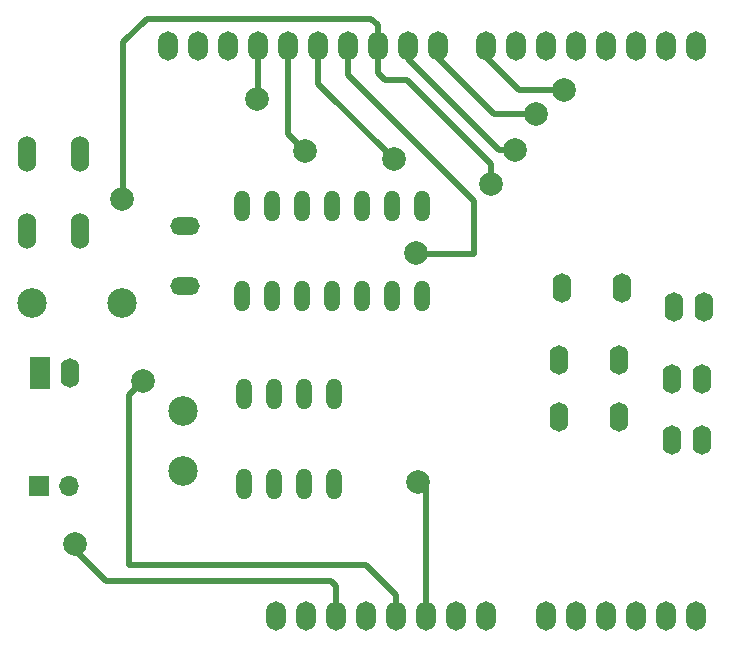
<source format=gbr>
%TF.GenerationSoftware,KiCad,Pcbnew,(6.0.9)*%
%TF.CreationDate,2022-11-29T21:31:47-05:00*%
%TF.ProjectId,Attiny programmer shield,41747469-6e79-4207-9072-6f6772616d6d,rev?*%
%TF.SameCoordinates,Original*%
%TF.FileFunction,Copper,L1,Top*%
%TF.FilePolarity,Positive*%
%FSLAX46Y46*%
G04 Gerber Fmt 4.6, Leading zero omitted, Abs format (unit mm)*
G04 Created by KiCad (PCBNEW (6.0.9)) date 2022-11-29 21:31:47*
%MOMM*%
%LPD*%
G01*
G04 APERTURE LIST*
%TA.AperFunction,ComponentPad*%
%ADD10O,1.676400X2.500000*%
%TD*%
%TA.AperFunction,ComponentPad*%
%ADD11O,1.574800X2.500000*%
%TD*%
%TA.AperFunction,ComponentPad*%
%ADD12O,1.320800X2.641600*%
%TD*%
%TA.AperFunction,ComponentPad*%
%ADD13O,1.524000X3.048000*%
%TD*%
%TA.AperFunction,ComponentPad*%
%ADD14C,2.500000*%
%TD*%
%TA.AperFunction,ComponentPad*%
%ADD15O,2.500000X1.500000*%
%TD*%
%TA.AperFunction,ComponentPad*%
%ADD16R,1.700000X1.700000*%
%TD*%
%TA.AperFunction,ComponentPad*%
%ADD17O,1.700000X1.700000*%
%TD*%
%TA.AperFunction,ComponentPad*%
%ADD18R,1.700000X2.700000*%
%TD*%
%TA.AperFunction,ViaPad*%
%ADD19C,2.000000*%
%TD*%
%TA.AperFunction,Conductor*%
%ADD20C,0.500000*%
%TD*%
G04 APERTURE END LIST*
D10*
%TO.P,U$1,VIN,VIN*%
%TO.N,VIN*%
X194221100Y-102463600D03*
%TO.P,U$1,SDA,SDA*%
%TO.N,unconnected-(U$1-PadSDA)*%
X169837100Y-54203600D03*
%TO.P,U$1,SCL,SCL*%
%TO.N,unconnected-(U$1-PadSCL)*%
X167297100Y-54203600D03*
%TO.P,U$1,RESET,RESET*%
%TO.N,Net-(U$1-PadRESET)*%
X181521100Y-102463600D03*
%TO.P,U$1,RESERVED,RESERVED*%
%TO.N,unconnected-(U$1-PadRESERVED)*%
X176441100Y-102463600D03*
%TO.P,U$1,IOREF,IOREF*%
%TO.N,unconnected-(U$1-PadIOREF)*%
X178981100Y-102463600D03*
%TO.P,U$1,GND2,GND2*%
%TO.N,GND*%
X189141100Y-102463600D03*
%TO.P,U$1,GND1,GND1*%
X191681100Y-102463600D03*
%TO.P,U$1,GND,GND*%
X174917100Y-54203600D03*
%TO.P,U$1,D13,D13*%
%TO.N,/SCK*%
X177457100Y-54203600D03*
%TO.P,U$1,D12,D12*%
%TO.N,/MISO*%
X179997100Y-54203600D03*
%TO.P,U$1,D11,D11*%
%TO.N,/MOSI*%
X182537100Y-54203600D03*
%TO.P,U$1,D10,D10*%
%TO.N,/RESET*%
X185077100Y-54203600D03*
%TO.P,U$1,D9,D9*%
%TO.N,Net-(R4-Pad1)*%
X187617100Y-54203600D03*
%TO.P,U$1,D8,D8*%
%TO.N,Net-(R3-Pad1)*%
X190157100Y-54203600D03*
%TO.P,U$1,D7,D7*%
%TO.N,Net-(R2-Pad1)*%
X194221100Y-54203600D03*
%TO.P,U$1,D6,D6*%
%TO.N,unconnected-(U$1-PadD6)*%
X196761100Y-54203600D03*
%TO.P,U$1,D5,D5*%
%TO.N,unconnected-(U$1-PadD5)*%
X199301100Y-54203600D03*
%TO.P,U$1,D4,D4*%
%TO.N,unconnected-(U$1-PadD4)*%
X201841100Y-54203600D03*
%TO.P,U$1,D3,D3*%
%TO.N,unconnected-(U$1-PadD3)*%
X204381100Y-54203600D03*
%TO.P,U$1,D2,D2*%
%TO.N,unconnected-(U$1-PadD2)*%
X206921100Y-54203600D03*
%TO.P,U$1,D1,TX/D1*%
%TO.N,unconnected-(U$1-PadD1)*%
X209461100Y-54203600D03*
%TO.P,U$1,D0,RX/D0*%
%TO.N,unconnected-(U$1-PadD0)*%
X212001100Y-54203600D03*
%TO.P,U$1,AREF,AREF*%
%TO.N,unconnected-(U$1-PadAREF)*%
X172377100Y-54203600D03*
%TO.P,U$1,A5,A5/SCL*%
%TO.N,unconnected-(U$1-PadA5)*%
X212001100Y-102463600D03*
%TO.P,U$1,A4,A4/SDA*%
%TO.N,unconnected-(U$1-PadA4)*%
X209461100Y-102463600D03*
%TO.P,U$1,A3,A3*%
%TO.N,unconnected-(U$1-PadA3)*%
X206921100Y-102463600D03*
%TO.P,U$1,A2,A2*%
%TO.N,unconnected-(U$1-PadA2)*%
X204381100Y-102463600D03*
%TO.P,U$1,A1,A1*%
%TO.N,unconnected-(U$1-PadA1)*%
X201841100Y-102463600D03*
%TO.P,U$1,A0,A0*%
%TO.N,unconnected-(U$1-PadA0)*%
X199301100Y-102463600D03*
%TO.P,U$1,5V,5V*%
%TO.N,+UB*%
X186601100Y-102463600D03*
%TO.P,U$1,3V,3V3*%
%TO.N,3V3*%
X184061100Y-102463600D03*
%TD*%
D11*
%TO.P,R4,1,1*%
%TO.N,Net-(R4-Pad1)*%
X200360000Y-85600000D03*
%TO.P,R4,2,2*%
%TO.N,Net-(D3-PadA)*%
X205440000Y-85600000D03*
%TD*%
%TO.P,R2,1,1*%
%TO.N,Net-(R2-Pad1)*%
X200620000Y-74700000D03*
%TO.P,R2,2,2*%
%TO.N,Net-(D1-PadA)*%
X205700000Y-74700000D03*
%TD*%
%TO.P,D1,A,A*%
%TO.N,Net-(D1-PadA)*%
X210100000Y-76300000D03*
%TO.P,D1,K,C*%
%TO.N,GND*%
X212640000Y-76300000D03*
%TD*%
%TO.P,D2,A,A*%
%TO.N,Net-(D2-PadA)*%
X210000000Y-82400000D03*
%TO.P,D2,K,C*%
%TO.N,GND*%
X212540000Y-82400000D03*
%TD*%
D12*
%TO.P,IC1,1,(RESET)PB5*%
%TO.N,/RESET*%
X173690000Y-91310000D03*
%TO.P,IC1,2,(ADC3)PB3*%
%TO.N,unconnected-(IC1-Pad2)*%
X176230000Y-91310000D03*
%TO.P,IC1,3,(ADC2)PB4*%
%TO.N,unconnected-(IC1-Pad3)*%
X178770000Y-91310000D03*
%TO.P,IC1,4,GND*%
%TO.N,GND*%
X181310000Y-91310000D03*
%TO.P,IC1,5,(MOSI)PB0*%
%TO.N,/MOSI*%
X181310000Y-83690000D03*
%TO.P,IC1,6,(MISO)PB1*%
%TO.N,/MISO*%
X178770000Y-83690000D03*
%TO.P,IC1,7,(SCK)PB2*%
%TO.N,/SCK*%
X176230000Y-83690000D03*
%TO.P,IC1,8,VCC*%
%TO.N,+UB*%
X173690000Y-83690000D03*
%TD*%
D13*
%TO.P,S1,1,S*%
%TO.N,/RESET*%
X159860600Y-63348800D03*
%TO.P,S1,2,S1*%
X159860600Y-69851200D03*
%TO.P,S1,3,P*%
%TO.N,GND*%
X155339400Y-63348800D03*
%TO.P,S1,4,P1*%
X155339400Y-69851200D03*
%TD*%
D11*
%TO.P,R3,1,1*%
%TO.N,Net-(R3-Pad1)*%
X200420000Y-80800000D03*
%TO.P,R3,2,2*%
%TO.N,Net-(D2-PadA)*%
X205500000Y-80800000D03*
%TD*%
D14*
%TO.P,R1,1,1*%
%TO.N,/RESET*%
X155790000Y-76000000D03*
%TO.P,R1,2,2*%
%TO.N,+UB*%
X163410000Y-76000000D03*
%TD*%
%TO.P,C2,1,1*%
%TO.N,GND*%
X168600000Y-90180000D03*
%TO.P,C2,2,2*%
%TO.N,+UB*%
X168600000Y-85100000D03*
%TD*%
D15*
%TO.P,C3,1,1*%
%TO.N,GND*%
X168700000Y-69460000D03*
%TO.P,C3,2,2*%
%TO.N,+UB*%
X168700000Y-74540000D03*
%TD*%
D16*
%TO.P,J1,1,Pin_1*%
%TO.N,Net-(C1-Pad+)*%
X156400000Y-91500000D03*
D17*
%TO.P,J1,2,Pin_2*%
%TO.N,Net-(U$1-PadRESET)*%
X158940000Y-91500000D03*
%TD*%
D11*
%TO.P,D3,A,A*%
%TO.N,Net-(D3-PadA)*%
X210000000Y-87600000D03*
%TO.P,D3,K,C*%
%TO.N,GND*%
X212540000Y-87600000D03*
%TD*%
D12*
%TO.P,IC2,1,VCC*%
%TO.N,+UB*%
X173580000Y-75400000D03*
%TO.P,IC2,2,(PCINT8/XTAL1/CLKI)PB0*%
%TO.N,unconnected-(IC2-Pad2)*%
X176120000Y-75400000D03*
%TO.P,IC2,3,(PCINT9/XTAL2)PB1*%
%TO.N,unconnected-(IC2-Pad3)*%
X178660000Y-75400000D03*
%TO.P,IC2,4,(PCINT11/RESET/DW)PB3*%
%TO.N,/RESET*%
X181200000Y-75400000D03*
%TO.P,IC2,5,(PCINT10/INT0/OC0A/CKOUT)PB2*%
%TO.N,unconnected-(IC2-Pad5)*%
X183740000Y-75400000D03*
%TO.P,IC2,6,(PCINT7/ICP/OC0B/ADC7)PA7*%
%TO.N,unconnected-(IC2-Pad6)*%
X186280000Y-75400000D03*
%TO.P,IC2,7,(PCINT6/OC1A/SDA/MOSI/ADC6)PA6*%
%TO.N,/MOSI*%
X188820000Y-75400000D03*
%TO.P,IC2,8,(PCINT5/OC1B/MISO/DO/ADC5)PA5*%
%TO.N,/MISO*%
X188820000Y-67780000D03*
%TO.P,IC2,9,(PCINT4/T1/SCL/USCK/ADC4)PA4*%
%TO.N,/SCK*%
X186280000Y-67780000D03*
%TO.P,IC2,10,(PCINT3/T0/ADC3)PA3*%
%TO.N,unconnected-(IC2-Pad10)*%
X183740000Y-67780000D03*
%TO.P,IC2,11,(PCINT2/AIN1/ADC2)PA2*%
%TO.N,unconnected-(IC2-Pad11)*%
X181200000Y-67780000D03*
%TO.P,IC2,12,(PCINT1/AIN0/ADC1)PA1*%
%TO.N,unconnected-(IC2-Pad12)*%
X178660000Y-67780000D03*
%TO.P,IC2,13,(PCINT0/AREF/ADC0)PA0*%
%TO.N,unconnected-(IC2-Pad13)*%
X176120000Y-67780000D03*
%TO.P,IC2,14,GND*%
%TO.N,GND*%
X173580000Y-67780000D03*
%TD*%
D11*
%TO.P,C1,+,+*%
%TO.N,Net-(C1-Pad+)*%
X158970000Y-81900000D03*
D18*
%TO.P,C1,-,-*%
%TO.N,GND*%
X156430000Y-81900000D03*
%TD*%
D19*
%TO.N,GND*%
X188500000Y-91100000D03*
X174800000Y-58700000D03*
%TO.N,+UB*%
X165200000Y-82600000D03*
%TO.N,/MISO*%
X186400000Y-63800000D03*
%TO.N,/SCK*%
X178900000Y-63100000D03*
%TO.N,/MOSI*%
X188300000Y-71700000D03*
%TO.N,/RESET*%
X194645500Y-65900000D03*
X163400000Y-67200000D03*
%TO.N,Net-(U$1-PadRESET)*%
X159400000Y-96400000D03*
%TO.N,Net-(R2-Pad1)*%
X200800000Y-57900000D03*
%TO.N,Net-(R3-Pad1)*%
X198466513Y-59954500D03*
%TO.N,Net-(R4-Pad1)*%
X196645500Y-63000000D03*
%TD*%
D20*
%TO.N,/RESET*%
X185077100Y-52477100D02*
X185077100Y-54203600D01*
X184498600Y-51898600D02*
X185077100Y-52477100D01*
X165501400Y-51898600D02*
X184498600Y-51898600D01*
X163500000Y-67100000D02*
X163500000Y-53900000D01*
X163500000Y-53900000D02*
X165501400Y-51898600D01*
X163400000Y-67200000D02*
X163500000Y-67100000D01*
%TO.N,GND*%
X189141100Y-91741100D02*
X188500000Y-91100000D01*
X189141100Y-102463600D02*
X189141100Y-91741100D01*
X174917100Y-58582900D02*
X174800000Y-58700000D01*
X174917100Y-54203600D02*
X174917100Y-58582900D01*
%TO.N,+UB*%
X186601100Y-102463600D02*
X186601100Y-100713600D01*
X184082500Y-98195000D02*
X164000000Y-98195000D01*
X186601100Y-100713600D02*
X184082500Y-98195000D01*
X164000000Y-98195000D02*
X164000000Y-83800000D01*
X164000000Y-83800000D02*
X165200000Y-82600000D01*
%TO.N,/MISO*%
X179997100Y-57397100D02*
X186400000Y-63800000D01*
X179997100Y-54203600D02*
X179997100Y-57397100D01*
%TO.N,/SCK*%
X177457100Y-54203600D02*
X177457100Y-61657100D01*
X177457100Y-61657100D02*
X178900000Y-63100000D01*
%TO.N,/MOSI*%
X192869646Y-67030355D02*
X193200000Y-67360709D01*
X193200000Y-67360709D02*
X193200000Y-71800000D01*
X182537100Y-54203600D02*
X182537100Y-56697809D01*
X188400000Y-71800000D02*
X188300000Y-71700000D01*
X182537100Y-56697809D02*
X192869646Y-67030355D01*
X193200000Y-71800000D02*
X188400000Y-71800000D01*
%TO.N,/RESET*%
X185077100Y-56477100D02*
X185077100Y-54203600D01*
X194645500Y-64191048D02*
X187554452Y-57100000D01*
X187554452Y-57100000D02*
X185700000Y-57100000D01*
X194645500Y-65900000D02*
X194645500Y-64191048D01*
X185700000Y-57100000D02*
X185077100Y-56477100D01*
%TO.N,Net-(U$1-PadRESET)*%
X181100000Y-99500000D02*
X162000000Y-99500000D01*
X181521100Y-102463600D02*
X181521100Y-99921100D01*
X181521100Y-99921100D02*
X181100000Y-99500000D01*
X162000000Y-99500000D02*
X159400000Y-96900000D01*
X159400000Y-96900000D02*
X159400000Y-96400000D01*
%TO.N,Net-(R2-Pad1)*%
X197000000Y-57900000D02*
X194221100Y-55121100D01*
X194221100Y-55121100D02*
X194221100Y-54203600D01*
X200800000Y-57900000D02*
X197000000Y-57900000D01*
%TO.N,Net-(R3-Pad1)*%
X190157100Y-55257100D02*
X190157100Y-54203600D01*
X198466513Y-59954500D02*
X194854500Y-59954500D01*
X194854500Y-59954500D02*
X190157100Y-55257100D01*
%TO.N,Net-(R4-Pad1)*%
X187617100Y-55317100D02*
X187617100Y-54203600D01*
X196645500Y-63000000D02*
X195300000Y-63000000D01*
X195300000Y-63000000D02*
X187617100Y-55317100D01*
%TD*%
M02*

</source>
